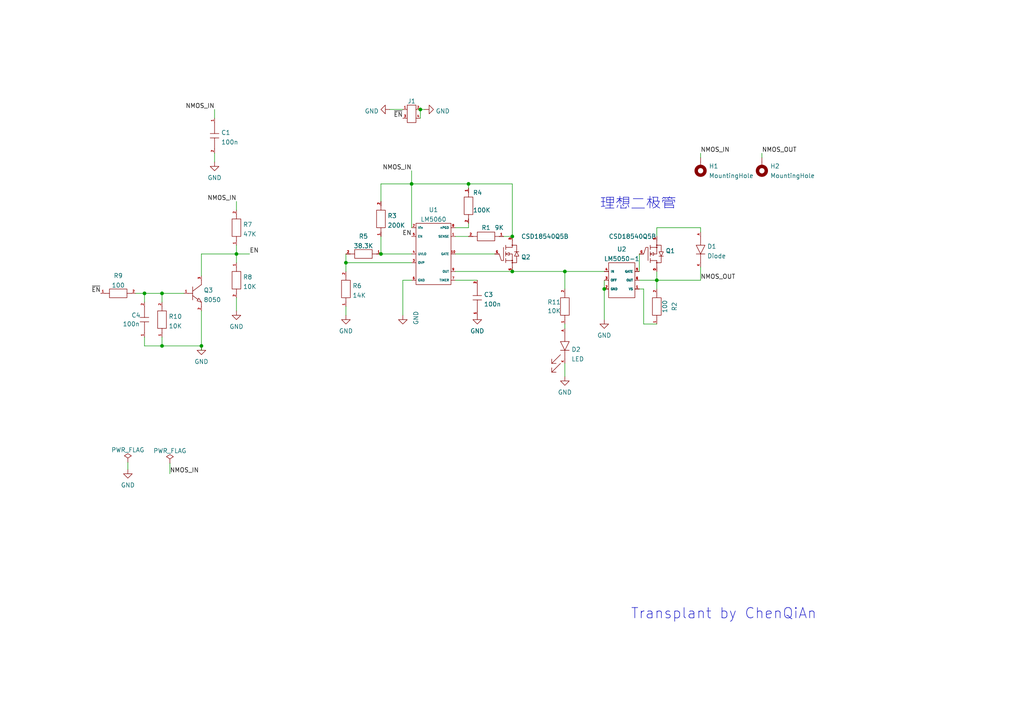
<source format=kicad_sch>
(kicad_sch (version 20211123) (generator eeschema)
  (paper "A4")
  (lib_symbols
    (symbol "Basic_passive_components:Capacitor" (pin_names (offset 1.016))
      (property "Reference" "C" (at -4.445 -2.54 0))
      (property "Value" "Capacitor" (at 0 2.54 0))
      (symbol "Capacitor_0_1"
        (polyline (pts (xy -3.81 0) (xy -0.635 0)))
        (polyline (pts (xy -0.635 1.27) (xy -0.635 -1.27)))
        (polyline (pts (xy 0.635 0) (xy 3.81 0)))
        (polyline (pts (xy 0.635 1.27) (xy 0.635 -1.27)))
      )
      (symbol "Capacitor_1_1"
        (pin passive line (at -5.08 0 0) (length 1.27) (name "~") (number "1"))
        (pin passive line (at 5.08 0 180) (length 1.27) (name "~") (number "2"))
      )
    )
    (symbol "Basic_passive_components:LED"
      (property "Reference" "D" (at 0 2.54 0))
      (property "Value" "LED" (at 0 0 0))
      (symbol "LED_0_1"
        (polyline (pts (xy -7.62 1.27) (xy -7.62 0)) (stroke (width 0.1524)))
        (polyline (pts (xy -7.62 1.27) (xy -6.35 1.27)) (stroke (width 0.1524)))
        (polyline (pts (xy -7.62 1.27) (xy -5.08 -1.27)) (stroke (width 0.1524)))
        (polyline (pts (xy -5.08 1.27) (xy -5.08 0)) (stroke (width 0.1524)))
        (polyline (pts (xy -5.08 1.27) (xy -3.81 1.27)) (stroke (width 0.1524)))
        (polyline (pts (xy -3.81 -2.54) (xy -1.27 -2.54)))
        (polyline (pts (xy -2.54 -1.27) (xy -5.08 1.27)) (stroke (width 0.1524)))
        (polyline (pts (xy -1.27 -1.27) (xy -1.27 -3.81)))
        (polyline (pts (xy 1.27 -2.54) (xy 3.81 -2.54)))
        (polyline (pts (xy 1.27 -1.27) (xy -1.27 -2.54) (xy 1.27 -3.81) (xy 1.27 -1.27)))
      )
      (symbol "LED_1_1"
        (pin passive line (at 5.08 -2.54 180) (length 1.27) (name "") (number "A"))
        (pin passive line (at -5.08 -2.54 0) (length 1.27) (name "") (number "K"))
      )
    )
    (symbol "Basic_passive_components:Resistor" (pin_names (offset 1.016))
      (property "Reference" "R" (at -4.445 -2.54 0))
      (property "Value" "Resistor" (at 0 2.54 0))
      (symbol "Resistor_0_1"
        (rectangle (start -2.54 1.27) (end 2.54 -1.27))
        (polyline (pts (xy -3.81 0) (xy -2.54 0)))
        (polyline (pts (xy 2.54 0) (xy 3.81 0)))
      )
      (symbol "Resistor_1_1"
        (pin passive line (at -5.08 0 0) (length 1.27) (name "~") (number "1"))
        (pin passive line (at 5.08 0 180) (length 1.27) (name "~") (number "2"))
      )
    )
    (symbol "Basic_semiconductor:BJT_NPN" (pin_names (offset 1.016) hide)
      (property "Reference" "Q" (at 1.27 -1.27 0))
      (property "Value" "BJT_NPN" (at 4.445 1.27 0))
      (symbol "BJT_NPN_0_1"
        (polyline (pts (xy -3.81 0) (xy -2.54 0)))
        (polyline (pts (xy -2.54 0.635) (xy 0 2.54)))
        (polyline (pts (xy -2.54 1.905) (xy -2.54 -1.905)))
        (polyline (pts (xy -1.016 -1.778) (xy -2.54 -0.635)))
        (polyline (pts (xy 0 -3.81) (xy 0 -2.54)))
        (polyline (pts (xy 0 3.81) (xy 0 2.54)))
        (polyline (pts (xy -0.762 -1.397) (xy -1.27 -2.159) (xy 0 -2.54) (xy -0.762 -1.397)))
      )
      (symbol "BJT_NPN_1_1"
        (pin passive line (at -5.08 0 0) (length 1.27) (name "Base") (number "1"))
        (pin passive line (at 0 -5.08 90) (length 1.27) (name "Emitter") (number "2"))
        (pin passive line (at 0 5.08 270) (length 1.27) (name "Collector") (number "3"))
      )
      (symbol "BJT_NPN_1_2"
        (pin passive line (at -5.08 0 0) (length 1.27) (name "Base") (number "1"))
        (pin passive line (at 0 -5.08 90) (length 1.27) (name "Emitter") (number "2"))
        (pin passive line (at 0 5.08 270) (length 1.27) (name "Collector") (number "3"))
      )
    )
    (symbol "Integrated-circuit_transistor_driver:LM5050-1"
      (property "Reference" "U" (at 0 2.54 0))
      (property "Value" "LM5050-1" (at 0 0 0))
      (symbol "LM5050-1_0_1"
        (rectangle (start 3.81 -1.27) (end -3.81 -11.43) (stroke (width 0.1524)))
      )
      (symbol "LM5050-1_1_1"
        (pin passive line (at 5.08 -8.89 180) (length 1.27) (name "VS") (number "1"))
        (pin power_in line (at -5.08 -8.89 0) (length 1.27) (name "GND") (number "2"))
        (pin input line (at -5.08 -6.35 0) (length 1.27) (name "OFF") (number "3"))
        (pin input line (at -5.08 -3.81 0) (length 1.27) (name "IN") (number "4"))
        (pin output line (at 5.08 -3.81 180) (length 1.27) (name "GATE") (number "5"))
        (pin input line (at 5.08 -6.35 180) (length 1.27) (name "OUT") (number "6"))
      )
    )
    (symbol "Integrated-circuit_transistor_driver:LM5060"
      (property "Reference" "U" (at -5.08 -10.16 0))
      (property "Value" "LM5060" (at 0 10.16 0))
      (symbol "LM5060_0_1"
        (rectangle (start -5.08 8.89) (end 5.08 -8.89) (stroke (width 0.1524)))
      )
      (symbol "LM5060_1_1"
        (pin input line (at 6.35 5.08 180) (length 1.27) (name "SENSE") (number "1"))
        (pin output line (at 6.35 0 180) (length 1.27) (name "GATE") (number "10"))
        (pin power_in line (at -6.35 7.62 0) (length 1.27) (name "Vin") (number "2"))
        (pin input line (at -6.35 -2.54 0) (length 1.27) (name "OVP") (number "3"))
        (pin input line (at -6.35 0 0) (length 1.27) (name "UVLO") (number "4"))
        (pin input line (at -6.35 5.08 0) (length 1.27) (name "EN") (number "5"))
        (pin power_in line (at -6.35 -7.62 0) (length 1.27) (name "GND") (number "6"))
        (pin bidirectional line (at 6.35 -7.62 180) (length 1.27) (name "TIMER") (number "7"))
        (pin output line (at 6.35 7.62 180) (length 1.27) (name "nPGD") (number "8"))
        (pin input line (at 6.35 -5.08 180) (length 1.27) (name "OUT") (number "9"))
      )
    )
    (symbol "Link_W2B_connector:Conn_02x02"
      (property "Reference" "J" (at 0 -10.16 0))
      (property "Value" "Conn_02x02" (at 0 0 0))
      (symbol "Conn_02x02_0_0"
        (pin passive line (at -2.54 -3.81 0) (length 1.27) (name "") (number "1"))
        (pin passive line (at 2.54 -3.81 180) (length 1.27) (name "") (number "2"))
        (pin passive line (at -2.54 -6.35 0) (length 1.27) (name "") (number "3"))
        (pin passive line (at 2.54 -6.35 180) (length 1.27) (name "") (number "4"))
      )
      (symbol "Conn_02x02_0_1"
        (rectangle (start -1.27 -2.54) (end 1.27 -7.62) (stroke (width 0.1524)))
      )
    )
    (symbol "MountingHole:MountingHole"
      (property "Reference" "H" (at 0 2.54 0))
      (property "Value" "MountingHole" (at 0 0 0))
      (symbol "MountingHole_0_1"
        (circle (center 0 -7.62) (radius 1.27) (stroke (width 1)))
        (polyline (pts (xy 0 -5.08) (xy 0 -6.35)) (stroke (width 0.1524)))
      )
      (symbol "MountingHole_1_1"
        (pin passive line (at 0 -3.81 270) (length 1.27) (name "") (number ""))
      )
    )
    (symbol "Power_diode:Diode" (pin_names (offset 1.016) hide)
      (property "Reference" "D" (at -4.445 -2.54 0))
      (property "Value" "Diode" (at 0 2.54 0))
      (symbol "Diode_0_1"
        (polyline (pts (xy -3.81 0) (xy -1.27 0)))
        (polyline (pts (xy -1.27 1.27) (xy -1.27 -1.27)))
        (polyline (pts (xy 1.27 0) (xy 3.81 0)))
        (polyline (pts (xy 1.27 1.27) (xy -1.27 0) (xy 1.27 -1.27) (xy 1.27 1.27)))
      )
      (symbol "Diode_1_1"
        (pin passive line (at 5.08 0 180) (length 1.27) (name "Anode") (number "A"))
        (pin passive line (at -5.08 0 0) (length 1.27) (name "Cathode") (number "K"))
      )
    )
    (symbol "Power_transistor:CSD18540Q5B" (pin_names (offset 1.016) hide)
      (property "Reference" "Q" (at 3.175 -1.27 0))
      (property "Value" "CSD18540Q5B" (at 9.525 1.27 0))
      (symbol "CSD18540Q5B_0_1"
        (circle (center 0 -2.54) (radius 0.127) (fill (type outline)))
        (circle (center 0 -1.905) (radius 0.127) (fill (type outline)))
        (polyline (pts (xy -1.905 -1.905) (xy 0 -1.905)))
        (polyline (pts (xy -1.905 -1.27) (xy -1.905 -2.54)))
        (polyline (pts (xy -1.905 0.635) (xy -1.905 -0.635)))
        (polyline (pts (xy -1.905 1.905) (xy 0 1.905)))
        (polyline (pts (xy -1.905 2.54) (xy -1.905 1.27)))
        (polyline (pts (xy 0 -1.905) (xy 0 -3.81)))
        (polyline (pts (xy 0 3.81) (xy 0 1.905)))
        (polyline (pts (xy 0.635 0.635) (xy 1.905 0.635)))
        (polyline (pts (xy -0.889 0) (xy 0 0) (xy 0 -1.905)))
        (polyline (pts (xy 0 -2.54) (xy 1.27 -2.54) (xy 1.27 -0.635)))
        (polyline (pts (xy 0 2.54) (xy 1.27 2.54) (xy 1.27 0.635)))
        (polyline (pts (xy -2.54 1.905) (xy -2.54 -1.905) (xy -3.175 -1.905) (xy -3.81 0)))
        (polyline (pts (xy -1.905 0) (xy -0.889 0.381) (xy -0.889 -0.381) (xy -1.905 0)))
        (polyline (pts (xy 1.27 0.635) (xy 0.635 -0.635) (xy 1.905 -0.635) (xy 1.27 0.635)))
        (circle (center 0 2.54) (radius 0.127) (fill (type outline)))
      )
      (symbol "CSD18540Q5B_1_1"
        (pin passive line (at 0 5.08 270) (length 1.27) (name "Drain") (number "D"))
        (pin passive line (at -5.08 0 0) (length 1.27) (name "Gate") (number "G"))
        (pin passive line (at 0 -5.08 90) (length 1.27) (name "Source") (number "S"))
      )
    )
    (symbol "power:GND" (power) (pin_names (offset 0))
      (property "Value" "GND" (at 0 -3.81 0))
      (symbol "GND_0_1"
        (polyline (pts (xy 0 0) (xy 0 -1.27) (xy 1.27 -1.27) (xy 0 -2.54) (xy -1.27 -1.27) (xy 0 -1.27)))
      )
      (symbol "GND_1_1"
        (pin power_in line (at 0 0 270) (length 0) hide (name "GND") (number "1"))
      )
    )
    (symbol "power:PWR_FLAG" (power) (pin_numbers hide) (pin_names (offset 0) hide)
      (property "Value" "PWR_FLAG" (at 0 3.81 0))
      (symbol "PWR_FLAG_0_0"
        (pin power_out line (at 0 0 90) (length 0) (name "pwr") (number "1"))
      )
      (symbol "PWR_FLAG_0_1"
        (polyline (pts (xy 0 0) (xy 0 1.27) (xy -1.016 1.905) (xy 0 2.54) (xy 1.016 1.905) (xy 0 1.27)))
      )
    )
  )
  (junction (at 46.99 100.33))
  (junction (at 148.59 68.58))
  (junction (at 121.92 31.75))
  (junction (at 68.58 73.66))
  (junction (at 110.49 73.66))
  (junction (at 100.33 76.2))
  (junction (at 58.42 100.33))
  (junction (at 190.5 81.28))
  (junction (at 163.83 78.74))
  (junction (at 119.38 53.34))
  (junction (at 41.91 85.09))
  (junction (at 175.26 83.82))
  (junction (at 148.59 78.74))
  (junction (at 135.89 53.34))
  (junction (at 46.99 85.09))
  (wire (pts (xy 190.5 81.28) (xy 190.5 83.82)))
  (wire (pts (xy 190.5 81.28) (xy 185.42 81.28)))
  (wire (pts (xy 68.58 73.66) (xy 72.39 73.66)))
  (wire (pts (xy 62.23 31.75) (xy 62.23 34.29)))
  (wire (pts (xy 49.276 134.366) (xy 49.276 137.414)))
  (wire (pts (xy 186.69 93.98) (xy 190.5 93.98)))
  (wire (pts (xy 135.89 66.04) (xy 135.89 64.77)))
  (wire (pts (xy 68.58 73.66) (xy 58.42 73.66)))
  (wire (pts (xy 100.33 76.2) (xy 100.33 78.74)))
  (wire (pts (xy 163.83 93.98) (xy 163.83 95.25)))
  (wire (pts (xy 100.33 88.9) (xy 100.33 91.44)))
  (wire (pts (xy 220.98 44.45) (xy 220.98 45.72)))
  (wire (pts (xy 185.42 73.66) (xy 185.42 78.74)))
  (wire (pts (xy 41.91 100.33) (xy 46.99 100.33)))
  (wire (pts (xy 203.2 81.28) (xy 190.5 81.28)))
  (wire (pts (xy 116.84 91.44) (xy 116.84 81.28)))
  (wire (pts (xy 175.26 81.28) (xy 175.26 83.82)))
  (wire (pts (xy 203.2 66.04) (xy 203.2 67.31)))
  (wire (pts (xy 110.49 73.66) (xy 119.38 73.66)))
  (wire (pts (xy 175.26 83.82) (xy 175.26 92.71)))
  (wire (pts (xy 190.5 68.58) (xy 190.5 66.04)))
  (wire (pts (xy 46.99 100.33) (xy 58.42 100.33)))
  (wire (pts (xy 185.42 83.82) (xy 186.69 83.82)))
  (wire (pts (xy 39.37 85.09) (xy 41.91 85.09)))
  (wire (pts (xy 121.92 31.75) (xy 123.19 31.75)))
  (wire (pts (xy 58.42 73.66) (xy 58.42 80.01)))
  (wire (pts (xy 110.49 53.34) (xy 110.49 58.42)))
  (wire (pts (xy 190.5 78.74) (xy 190.5 81.28)))
  (wire (pts (xy 46.99 85.09) (xy 46.99 87.63)))
  (wire (pts (xy 41.91 87.63) (xy 41.91 85.09)))
  (wire (pts (xy 148.59 78.74) (xy 163.83 78.74)))
  (wire (pts (xy 68.58 86.36) (xy 68.58 90.17)))
  (wire (pts (xy 186.69 83.82) (xy 186.69 93.98)))
  (wire (pts (xy 132.08 66.04) (xy 135.89 66.04)))
  (wire (pts (xy 100.33 76.2) (xy 119.38 76.2)))
  (wire (pts (xy 41.91 97.79) (xy 41.91 100.33)))
  (wire (pts (xy 135.89 53.34) (xy 135.89 54.61)))
  (wire (pts (xy 135.89 53.34) (xy 148.59 53.34)))
  (wire (pts (xy 110.49 68.58) (xy 110.49 73.66)))
  (wire (pts (xy 119.38 53.34) (xy 119.38 66.04)))
  (wire (pts (xy 68.58 58.42) (xy 68.58 60.96)))
  (wire (pts (xy 41.91 85.09) (xy 46.99 85.09)))
  (wire (pts (xy 163.83 83.82) (xy 163.83 78.74)))
  (wire (pts (xy 121.92 31.75) (xy 121.92 34.29)))
  (wire (pts (xy 68.58 73.66) (xy 68.58 76.2)))
  (wire (pts (xy 116.84 81.28) (xy 119.38 81.28)))
  (wire (pts (xy 132.08 68.58) (xy 135.89 68.58)))
  (wire (pts (xy 100.33 73.66) (xy 100.33 76.2)))
  (wire (pts (xy 37.084 134.112) (xy 37.084 136.144)))
  (wire (pts (xy 132.08 78.74) (xy 148.59 78.74)))
  (wire (pts (xy 46.99 85.09) (xy 53.34 85.09)))
  (wire (pts (xy 163.83 78.74) (xy 175.26 78.74)))
  (wire (pts (xy 110.49 53.34) (xy 119.38 53.34)))
  (wire (pts (xy 132.08 73.66) (xy 143.51 73.66)))
  (wire (pts (xy 203.2 44.45) (xy 203.2 45.72)))
  (wire (pts (xy 46.99 100.33) (xy 46.99 97.79)))
  (wire (pts (xy 190.5 66.04) (xy 203.2 66.04)))
  (wire (pts (xy 203.2 77.47) (xy 203.2 81.28)))
  (wire (pts (xy 68.58 71.12) (xy 68.58 73.66)))
  (wire (pts (xy 119.38 49.53) (xy 119.38 53.34)))
  (wire (pts (xy 113.03 31.75) (xy 116.84 31.75)))
  (wire (pts (xy 58.42 90.17) (xy 58.42 100.33)))
  (wire (pts (xy 148.59 53.34) (xy 148.59 68.58)))
  (wire (pts (xy 163.83 105.41) (xy 163.83 109.22)))
  (wire (pts (xy 62.23 44.45) (xy 62.23 46.99)))
  (wire (pts (xy 132.08 81.28) (xy 138.43 81.28)))
  (wire (pts (xy 119.38 53.34) (xy 135.89 53.34)))
  (wire (pts (xy 58.42 100.33) (xy 58.42 101.6)))
  (wire (pts (xy 146.05 68.58) (xy 148.59 68.58)))
  (text "理想二极管" (at 173.99 60.96 0) (effects (font (size 3 3)) (justify left bottom)))
  (text "Transplant by ChenQiAn" (at 182.88 179.832 0) (effects (font (size 3 3)) (justify left bottom)))
  (label "NMOS_OUT" (at 203.2 81.28 0))
  (label "~{EN}" (at 29.21 85.09 180))
  (label "EN" (at 72.39 73.66 0))
  (label "~{EN}" (at 116.84 34.29 180))
  (label "NMOS_IN" (at 119.38 49.53 180))
  (label "NMOS_IN" (at 68.58 58.42 180))
  (label "EN" (at 119.38 68.58 180))
  (label "NMOS_IN" (at 49.276 137.414 0))
  (label "NMOS_IN" (at 62.23 31.75 180))
  (label "NMOS_IN" (at 203.2 44.45 0))
  (label "NMOS_OUT" (at 220.98 44.45 0))
  (symbol (lib_id "MountingHole:MountingHole") (at 203.2 41.91 0) (unit 1)
    (property "Reference" "H1" (at 205.605 48.1984 0) (effects (justify left)))
    (property "Value" "MountingHole" (at 205.605 50.9735 0) (effects (justify left)))
    (property "Footprint" "MOUNTINGHOLE:MountingHole" (effects hide))
  )
  (symbol (lib_id "Power_diode:Diode") (at 203.2 72.39 90) (unit 1)
    (property "Reference" "D1" (at 205.105 71.4815 90) (effects (justify right)))
    (property "Value" "Diode" (at 205.105 74.2566 90) (effects (justify right)))
    (property "Footprint" "POWER_DIODE_SMD:TO-277A" (effects hide))
  )
  (symbol (lib_id "Integrated-circuit_transistor_driver:LM5050-1") (at 180.34 74.93 0) (unit 1)
    (property "Reference" "U2" (at 180.34 72.2843 0))
    (property "Value" "LM5050-1" (at 180.34 75.0594 0))
    (property "Footprint" "GENERAL_SMALL-SEMI_SMD:SOT-23-6" (effects hide))
  )
  (symbol (lib_id "Basic_passive_components:Resistor") (at 135.89 59.69 270) (unit 1)
    (property "Reference" "R4" (at 137.16 55.88 90) (effects (justify left)))
    (property "Value" "100K" (at 137.16 60.96 90) (effects (justify left)))
    (property "Footprint" "GENERAL_RCL_SMD:R0402(1005M)" (effects hide))
  )
  (symbol (lib_id "power:GND") (at 68.58 90.17 0) (unit 1)
    (property "Reference" "#PWR0106" (effects hide))
    (property "Value" "GND" (at 68.58 94.7325 0))
  )
  (symbol (lib_id "Basic_passive_components:Capacitor") (at 41.91 92.71 90) (unit 1)
    (property "Reference" "C4" (at 38.1 91.44 90) (effects (justify right)))
    (property "Value" "100n" (at 35.56 93.98 90) (effects (justify right)))
    (property "Footprint" "GENERAL_RCL_SMD:C0402(1005M)" (effects hide))
  )
  (symbol (lib_id "power:GND") (at 116.84 91.44 0) (unit 1)
    (property "Reference" "#PWR0110" (effects hide))
    (property "Value" "GND" (at 120.65 90.17 90) (effects (justify right)))
  )
  (symbol (lib_id "Basic_passive_components:Capacitor") (at 62.23 39.37 270) (unit 1)
    (property "Reference" "C1" (at 64.135 38.4615 90) (effects (justify left)))
    (property "Value" "100n" (at 64.135 41.2366 90) (effects (justify left)))
    (property "Footprint" "GENERAL_RCL_SMD:C0402(1005M)" (effects hide))
  )
  (symbol (lib_id "MountingHole:MountingHole") (at 220.98 41.91 0) (unit 1)
    (property "Reference" "H2" (at 223.385 48.1984 0) (effects (justify left)))
    (property "Value" "MountingHole" (at 223.385 50.9735 0) (effects (justify left)))
    (property "Footprint" "MOUNTINGHOLE:MountingHole" (effects hide))
  )
  (symbol (lib_id "Integrated-circuit_transistor_driver:LM5060") (at 125.73 73.66 0) (unit 1)
    (property "Reference" "U1" (at 125.73 60.8543 0))
    (property "Value" "LM5060" (at 125.73 63.6294 0))
    (property "Footprint" "GENERAL_MIDDLE-SEMI_SMD:MSOP-3030_10" (effects hide))
  )
  (symbol (lib_id "Basic_passive_components:Resistor") (at 105.41 73.66 180) (unit 1)
    (property "Reference" "R5" (at 105.41 68.5505 0))
    (property "Value" "38.3K" (at 105.41 71.3256 0))
    (property "Footprint" "GENERAL_RCL_SMD:R0402(1005M)" (effects hide))
  )
  (symbol (lib_id "Power_transistor:CSD18540Q5B") (at 148.59 73.66 0) (unit 1)
    (property "Reference" "Q2" (at 151.13 74.5685 0) (effects (justify left)))
    (property "Value" "CSD18540Q5B" (at 151.13 68.58 0) (effects (justify left)))
    (property "Footprint" "POWER_TRANSISTOR_SMD:SON-8_5x6_M" (effects hide))
  )
  (symbol (lib_id "power:GND") (at 163.83 109.22 0) (unit 1)
    (property "Reference" "#PWR0107" (effects hide))
    (property "Value" "GND" (at 163.83 113.7825 0))
  )
  (symbol (lib_id "power:GND") (at 113.03 31.75 270) (unit 1)
    (property "Reference" "#PWR0102" (effects hide))
    (property "Value" "GND" (at 109.8551 32.229 90) (effects (justify right)))
  )
  (symbol (lib_id "Basic_passive_components:Capacitor") (at 138.43 86.36 90) (unit 1)
    (property "Reference" "C3" (at 140.335 85.4515 90) (effects (justify right)))
    (property "Value" "100n" (at 140.335 88.2266 90) (effects (justify right)))
    (property "Footprint" "GENERAL_RCL_SMD:C0402(1005M)" (effects hide))
  )
  (symbol (lib_id "Basic_passive_components:Resistor") (at 68.58 66.04 90) (unit 1)
    (property "Reference" "R7" (at 70.485 65.1315 90) (effects (justify right)))
    (property "Value" "47K" (at 70.485 67.9066 90) (effects (justify right)))
    (property "Footprint" "GENERAL_RCL_SMD:R0402(1005M)" (effects hide))
  )
  (symbol (lib_id "power:GND") (at 138.43 91.44 0) (unit 1)
    (property "Reference" "#PWR0109" (effects hide))
    (property "Value" "GND" (at 138.43 96.0025 0))
  )
  (symbol (lib_id "Basic_passive_components:Resistor") (at 68.58 81.28 270) (unit 1)
    (property "Reference" "R8" (at 70.485 80.3715 90) (effects (justify left)))
    (property "Value" "10K" (at 70.485 83.1466 90) (effects (justify left)))
    (property "Footprint" "GENERAL_RCL_SMD:R0402(1005M)" (effects hide))
  )
  (symbol (lib_id "Basic_passive_components:Resistor") (at 100.33 83.82 90) (unit 1)
    (property "Reference" "R6" (at 102.235 82.9115 90) (effects (justify right)))
    (property "Value" "14K" (at 102.235 85.6866 90) (effects (justify right)))
    (property "Footprint" "GENERAL_RCL_SMD:R0402(1005M)" (effects hide))
  )
  (symbol (lib_id "power:PWR_FLAG") (at 49.276 134.366 0) (unit 1)
    (property "Reference" "#FLG02" (effects hide))
    (property "Value" "PWR_FLAG" (at 49.276 130.7615 0))
  )
  (symbol (lib_id "power:GND") (at 37.084 136.144 0) (unit 1)
    (property "Reference" "#PWR011" (effects hide))
    (property "Value" "GND" (at 37.084 140.7065 0))
  )
  (symbol (lib_id "Power_transistor:CSD18540Q5B") (at 190.5 73.66 0) (mirror x) (unit 1)
    (property "Reference" "Q1" (at 193.04 72.7515 0) (effects (justify left)))
    (property "Value" "CSD18540Q5B" (at 176.53 68.58 0) (effects (justify left)))
    (property "Footprint" "POWER_TRANSISTOR_SMD:SON-8_5x6_M" (effects hide))
  )
  (symbol (lib_id "Basic_passive_components:Resistor") (at 163.83 88.9 90) (unit 1)
    (property "Reference" "R11" (at 158.75 87.63 90) (effects (justify right)))
    (property "Value" "10K" (at 158.75 90.17 90) (effects (justify right)))
    (property "Footprint" "GENERAL_RCL_SMD:R0402(1005M)" (effects hide))
  )
  (symbol (lib_id "Basic_passive_components:Resistor") (at 190.5 88.9 90) (unit 1)
    (property "Reference" "R2" (at 195.6095 88.9 0))
    (property "Value" "100" (at 192.8344 88.9 0))
    (property "Footprint" "GENERAL_RCL_SMD:R0402(1005M)" (effects hide))
  )
  (symbol (lib_id "Basic_semiconductor:BJT_NPN") (at 58.42 85.09 0) (unit 1)
    (property "Reference" "Q3" (at 59.055 84.1815 0) (effects (justify left)))
    (property "Value" "8050" (at 59.055 86.9566 0) (effects (justify left)))
    (property "Footprint" "GENERAL_SMALL-SEMI_SMD:SOT-23" (effects hide))
  )
  (symbol (lib_id "Basic_passive_components:LED") (at 161.29 100.33 90) (unit 1)
    (property "Reference" "D2" (at 165.735 101.3646 90) (effects (justify right)))
    (property "Value" "LED" (at 165.735 104.1397 90) (effects (justify right)))
    (property "Footprint" "GENERAL_2-PIN_PLASTIC_SMD:LED0603(1608M)" (effects hide))
  )
  (symbol (lib_id "Basic_passive_components:Resistor") (at 34.29 85.09 0) (unit 1)
    (property "Reference" "R9" (at 34.29 79.9805 0))
    (property "Value" "100" (at 34.29 82.7556 0))
    (property "Footprint" "GENERAL_RCL_SMD:R0402(1005M)" (effects hide))
  )
  (symbol (lib_id "power:GND") (at 58.42 100.33 0) (unit 1)
    (property "Reference" "#PWR0104" (effects hide))
    (property "Value" "GND" (at 58.42 104.8925 0))
  )
  (symbol (lib_id "power:GND") (at 100.33 91.44 0) (unit 1)
    (property "Reference" "#PWR0105" (effects hide))
    (property "Value" "GND" (at 100.33 96.0025 0))
  )
  (symbol (lib_id "power:PWR_FLAG") (at 37.084 134.112 0) (unit 1)
    (property "Reference" "#FLG01" (effects hide))
    (property "Value" "PWR_FLAG" (at 37.084 130.5075 0))
  )
  (symbol (lib_id "Basic_passive_components:Resistor") (at 110.49 63.5 90) (unit 1)
    (property "Reference" "R3" (at 112.395 62.5915 90) (effects (justify right)))
    (property "Value" "200K" (at 112.395 65.3666 90) (effects (justify right)))
    (property "Footprint" "GENERAL_RCL_SMD:R0402(1005M)" (effects hide))
  )
  (symbol (lib_id "power:GND") (at 175.26 92.71 0) (unit 1)
    (property "Reference" "#PWR0108" (effects hide))
    (property "Value" "GND" (at 175.26 97.2725 0))
  )
  (symbol (lib_id "power:GND") (at 123.19 31.75 90) (unit 1)
    (property "Reference" "#PWR0103" (effects hide))
    (property "Value" "GND" (at 126.365 32.229 90) (effects (justify right)))
  )
  (symbol (lib_id "Link_W2B_connector:Conn_02x02") (at 119.38 27.94 0) (unit 1)
    (property "Reference" "J1" (at 119.38 29.3393 0))
    (property "Value" "Conn_02x02" (effects hide))
    (property "Footprint" "CONNECTOR:Conn-02x02" (effects hide))
  )
  (symbol (lib_id "Basic_passive_components:Resistor") (at 46.99 92.71 90) (unit 1)
    (property "Reference" "R10" (at 48.895 91.8015 90) (effects (justify right)))
    (property "Value" "10K" (at 48.895 94.5766 90) (effects (justify right)))
    (property "Footprint" "GENERAL_RCL_SMD:R0402(1005M)" (effects hide))
  )
  (symbol (lib_id "Basic_passive_components:Resistor") (at 140.97 68.58 180) (unit 1)
    (property "Reference" "R1" (at 140.97 66.04 0))
    (property "Value" "9K" (at 144.78 66.04 0))
    (property "Footprint" "GENERAL_RCL_SMD:R0402(1005M)" (effects hide))
  )
  (symbol (lib_id "power:GND") (at 62.23 46.99 0) (unit 1)
    (property "Reference" "#PWR0101" (effects hide))
    (property "Value" "GND" (at 62.23 51.5525 0))
  )
)
</source>
